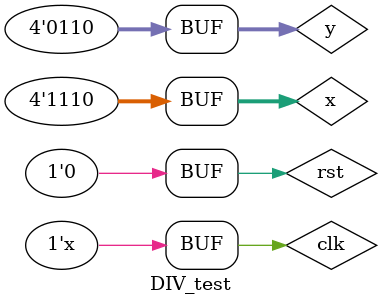
<source format=v>
`timescale 1ns / 1ps


module DIV_test();
reg [3:0]x;
reg [3:0]y;
reg rst;
reg clk;
wire [3:0]q;
wire [3:0]r;
wire error;
wire done;
DIV LO (
	.x(x),
	.y(y),
	.rst(rst),
	.clk(clk),
	.q(q),
	.r(r),
	.error(error),
	.done(done)
);
initial clk=0;
initial rst=0;
initial begin
rst=1;
#100 rst=0;
x=4'h0e;
y=4'h06;/*
#600
rst=1;
#100 rst=0;
x=4'h0d;
y=4'h06;
#600
rst=1;
#100 rst=0;
x=4'h08;
y=4'h03;*/
end
always #50 clk=~clk;
endmodule

</source>
